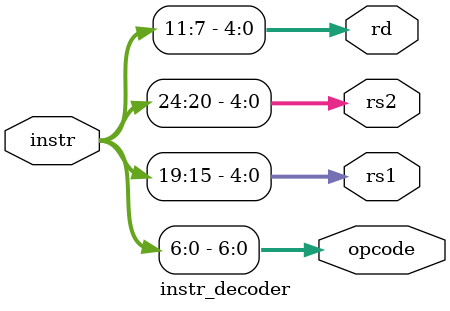
<source format=v>
module instr_decoder(instr, opcode, rs1, rs2, rd);
    input[31:0] instr;
    output reg[6:0] opcode;
    output reg[4:0] rs1, rs2, rd;

    always@(instr)
    begin
        opcode = instr[6:0];
        rs1 = instr[19:15];
        rs2 = instr[24:20];
        rd = instr[11:7];
    end
endmodule
</source>
